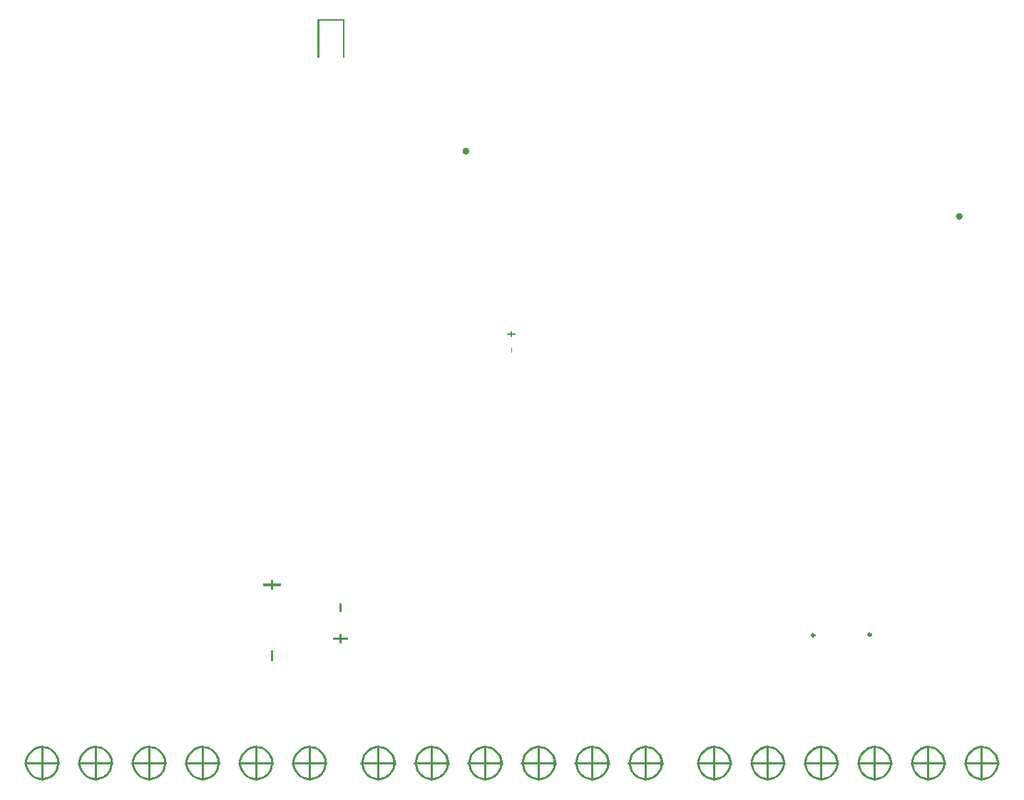
<source format=gbr>
%TF.GenerationSoftware,Altium Limited,Altium Designer,22.5.1 (42)*%
G04 Layer_Color=8388736*
%FSLAX45Y45*%
%MOMM*%
%TF.SameCoordinates,BCC7A4F8-9605-4868-ACEC-D28EECC8EA53*%
%TF.FilePolarity,Positive*%
%TF.FileFunction,Other,Mechanical_6*%
%TF.Part,Single*%
G01*
G75*
%TA.AperFunction,NonConductor*%
%ADD142C,0.30000*%
%ADD143C,0.40000*%
G36*
X4507385Y8931956D02*
X4487385D01*
Y9371955D01*
X4207385D01*
Y8931956D01*
X4187385D01*
Y9391955D01*
X4507385D01*
Y8931956D01*
D02*
G37*
G36*
X6498312Y5654023D02*
X6542708D01*
X6542708Y5638422D01*
X6498312D01*
Y5614821D01*
X6482711D01*
Y5638422D01*
X6438711D01*
X6438711Y5654023D01*
X6482711D01*
Y5677221D01*
X6498312D01*
Y5654023D01*
D02*
G37*
G36*
X6500311Y5423223D02*
X6484710D01*
Y5485624D01*
X6500311D01*
Y5423223D01*
D02*
G37*
G36*
X3662894Y2681892D02*
X3750524D01*
Y2651158D01*
X3662894D01*
Y2604676D01*
X3631906D01*
Y2651158D01*
X3544276D01*
Y2681892D01*
X3631906D01*
Y2728374D01*
X3662894D01*
Y2681892D01*
D02*
G37*
G36*
X4472864Y2341048D02*
X4445716D01*
Y2449648D01*
X4472864D01*
Y2341048D01*
D02*
G37*
G36*
Y2038323D02*
X4549790D01*
Y2011173D01*
X4472864D01*
Y1970447D01*
X4445716D01*
Y2011173D01*
X4368790D01*
Y2038323D01*
X4445716D01*
Y2079047D01*
X4472864D01*
Y2038323D01*
D02*
G37*
G36*
X3662894Y1760126D02*
X3631906D01*
Y1883824D01*
X3662894D01*
Y1760126D01*
D02*
G37*
G36*
X12087083Y753541D02*
Y750867D01*
X12087496Y750848D01*
X12091952Y748815D01*
X12095333Y745272D01*
X12097154Y740725D01*
X12097153Y738277D01*
X12097154Y738277D01*
Y738276D01*
Y735749D01*
X12095220Y731082D01*
X12091647Y727509D01*
X12087083Y725618D01*
Y560981D01*
X12251412D01*
X12251315Y563269D01*
X12246272Y592817D01*
X12236331Y621096D01*
X12221775Y647300D01*
X12203018Y670682D01*
X12180596Y690576D01*
X12155146Y706414D01*
X12127395Y717746D01*
X12112901Y721616D01*
X12110786Y722086D01*
X12107106Y724376D01*
X12104395Y727757D01*
X12102957Y731846D01*
X12102958Y734013D01*
Y736540D01*
X12104891Y741207D01*
X12108463Y744780D01*
X12113131Y746714D01*
X12115658D01*
X12116004Y746713D01*
X12116697Y746675D01*
X12117387Y746600D01*
X12118072Y746486D01*
X12118411Y746411D01*
X12118411Y746411D01*
X12118411D01*
X12135195Y742682D01*
X12167030Y729683D01*
X12196225Y711514D01*
X12221948Y688693D01*
X12243464Y661870D01*
X12260163Y631810D01*
X12271567Y599369D01*
X12277351Y565473D01*
Y560981D01*
X12279642D01*
X12287082Y553541D01*
Y543021D01*
X12279642Y535581D01*
X12277351D01*
Y528288D01*
X12269552Y489076D01*
X12254252Y452139D01*
X12232040Y418897D01*
X12203769Y390626D01*
X12170527Y368414D01*
X12133590Y353114D01*
X12094378Y345315D01*
X12087083D01*
Y343021D01*
X12079643Y335581D01*
X12069122D01*
X12061683Y343021D01*
Y345315D01*
X12054397D01*
X12015185Y353114D01*
X11978248Y368414D01*
X11945006Y390626D01*
X11916735Y418897D01*
X11894523Y452139D01*
X11879223Y489076D01*
X11871424Y528288D01*
Y535581D01*
X11869122D01*
X11861683Y543021D01*
Y553541D01*
X11869122Y560981D01*
X11871424D01*
Y568269D01*
X11879223Y607481D01*
X11894523Y644418D01*
X11916735Y677660D01*
X11945006Y705931D01*
X11978248Y728143D01*
X12015185Y743443D01*
X12054397Y751242D01*
X12061683D01*
Y753541D01*
X12069122Y760981D01*
X12079643D01*
X12087083Y753541D01*
D02*
G37*
G36*
X11452083D02*
Y750867D01*
X11452496Y750848D01*
X11456952Y748815D01*
X11460333Y745272D01*
X11462154Y740725D01*
X11462153Y738277D01*
X11462154Y738277D01*
Y738276D01*
Y735749D01*
X11460220Y731082D01*
X11456647Y727509D01*
X11452083Y725618D01*
Y560981D01*
X11616412D01*
X11616315Y563269D01*
X11611272Y592817D01*
X11601331Y621096D01*
X11586775Y647300D01*
X11568018Y670682D01*
X11545596Y690576D01*
X11520146Y706414D01*
X11492395Y717746D01*
X11477901Y721616D01*
X11475786Y722086D01*
X11472106Y724376D01*
X11469395Y727757D01*
X11467957Y731846D01*
X11467958Y734013D01*
Y736540D01*
X11469891Y741207D01*
X11473463Y744780D01*
X11478131Y746714D01*
X11480658D01*
X11481004Y746713D01*
X11481697Y746675D01*
X11482387Y746600D01*
X11483072Y746486D01*
X11483411Y746411D01*
X11483411Y746411D01*
X11483411D01*
X11500195Y742682D01*
X11532030Y729683D01*
X11561225Y711514D01*
X11586948Y688693D01*
X11608464Y661870D01*
X11625163Y631810D01*
X11636567Y599369D01*
X11642351Y565473D01*
Y560981D01*
X11644642D01*
X11652082Y553541D01*
Y543021D01*
X11644642Y535581D01*
X11642351D01*
Y528288D01*
X11634552Y489076D01*
X11619252Y452139D01*
X11597040Y418897D01*
X11568769Y390626D01*
X11535527Y368414D01*
X11498590Y353114D01*
X11459378Y345315D01*
X11452083D01*
Y343021D01*
X11444643Y335581D01*
X11434122D01*
X11426683Y343021D01*
Y345315D01*
X11419397D01*
X11380185Y353114D01*
X11343248Y368414D01*
X11310006Y390626D01*
X11281735Y418897D01*
X11259523Y452139D01*
X11244223Y489076D01*
X11236424Y528288D01*
Y535581D01*
X11234122D01*
X11226683Y543021D01*
Y553541D01*
X11234122Y560981D01*
X11236424D01*
Y568269D01*
X11244223Y607481D01*
X11259523Y644418D01*
X11281735Y677660D01*
X11310006Y705931D01*
X11343248Y728143D01*
X11380185Y743443D01*
X11419397Y751242D01*
X11426683D01*
Y753541D01*
X11434122Y760981D01*
X11444643D01*
X11452083Y753541D01*
D02*
G37*
G36*
X10817083D02*
Y750867D01*
X10817496Y750848D01*
X10821952Y748815D01*
X10825333Y745272D01*
X10827154Y740725D01*
X10827153Y738277D01*
X10827154Y738277D01*
Y738276D01*
Y735749D01*
X10825220Y731082D01*
X10821647Y727509D01*
X10817083Y725618D01*
Y560981D01*
X10981412D01*
X10981315Y563269D01*
X10976272Y592817D01*
X10966331Y621096D01*
X10951775Y647300D01*
X10933018Y670682D01*
X10910596Y690576D01*
X10885146Y706414D01*
X10857395Y717746D01*
X10842901Y721616D01*
X10840786Y722086D01*
X10837106Y724376D01*
X10834395Y727757D01*
X10832957Y731846D01*
X10832958Y734013D01*
Y736540D01*
X10834891Y741207D01*
X10838463Y744780D01*
X10843131Y746714D01*
X10845658D01*
X10846004Y746713D01*
X10846697Y746675D01*
X10847387Y746600D01*
X10848072Y746486D01*
X10848411Y746411D01*
X10848411Y746411D01*
X10848411D01*
X10865195Y742682D01*
X10897030Y729683D01*
X10926225Y711514D01*
X10951948Y688693D01*
X10973464Y661870D01*
X10990163Y631810D01*
X11001567Y599369D01*
X11007351Y565473D01*
Y560981D01*
X11009642D01*
X11017082Y553541D01*
Y543021D01*
X11009642Y535581D01*
X11007351D01*
Y528288D01*
X10999552Y489076D01*
X10984252Y452139D01*
X10962040Y418897D01*
X10933769Y390626D01*
X10900527Y368414D01*
X10863590Y353114D01*
X10824378Y345315D01*
X10817083D01*
Y343021D01*
X10809643Y335581D01*
X10799122D01*
X10791683Y343021D01*
Y345315D01*
X10784397D01*
X10745185Y353114D01*
X10708248Y368414D01*
X10675006Y390626D01*
X10646735Y418897D01*
X10624523Y452139D01*
X10609223Y489076D01*
X10601424Y528288D01*
Y535581D01*
X10599122D01*
X10591683Y543021D01*
Y553541D01*
X10599122Y560981D01*
X10601424D01*
Y568269D01*
X10609223Y607481D01*
X10624523Y644418D01*
X10646735Y677660D01*
X10675006Y705931D01*
X10708248Y728143D01*
X10745185Y743443D01*
X10784397Y751242D01*
X10791683D01*
Y753541D01*
X10799122Y760981D01*
X10809643D01*
X10817083Y753541D01*
D02*
G37*
G36*
X10182083D02*
Y750867D01*
X10182496Y750848D01*
X10186952Y748815D01*
X10190333Y745272D01*
X10192154Y740725D01*
X10192153Y738277D01*
X10192154Y738277D01*
Y738276D01*
Y735749D01*
X10190220Y731082D01*
X10186647Y727509D01*
X10182083Y725618D01*
Y560981D01*
X10346412D01*
X10346315Y563269D01*
X10341272Y592817D01*
X10331331Y621096D01*
X10316775Y647300D01*
X10298018Y670682D01*
X10275596Y690576D01*
X10250146Y706414D01*
X10222395Y717746D01*
X10207901Y721616D01*
X10205786Y722086D01*
X10202106Y724376D01*
X10199395Y727757D01*
X10197957Y731846D01*
X10197958Y734013D01*
Y736540D01*
X10199891Y741207D01*
X10203463Y744780D01*
X10208131Y746714D01*
X10210658D01*
X10211004Y746713D01*
X10211697Y746675D01*
X10212387Y746600D01*
X10213072Y746486D01*
X10213411Y746411D01*
X10213411Y746411D01*
X10213411D01*
X10230195Y742682D01*
X10262030Y729683D01*
X10291225Y711514D01*
X10316948Y688693D01*
X10338464Y661870D01*
X10355163Y631810D01*
X10366567Y599369D01*
X10372351Y565473D01*
Y560981D01*
X10374642D01*
X10382082Y553541D01*
Y543021D01*
X10374642Y535581D01*
X10372351D01*
Y528288D01*
X10364552Y489076D01*
X10349252Y452139D01*
X10327040Y418897D01*
X10298769Y390626D01*
X10265527Y368414D01*
X10228590Y353114D01*
X10189378Y345315D01*
X10182083D01*
Y343021D01*
X10174643Y335581D01*
X10164122D01*
X10156683Y343021D01*
Y345315D01*
X10149397D01*
X10110185Y353114D01*
X10073248Y368414D01*
X10040006Y390626D01*
X10011735Y418897D01*
X9989523Y452139D01*
X9974223Y489076D01*
X9966424Y528288D01*
Y535581D01*
X9964122D01*
X9956683Y543021D01*
Y553541D01*
X9964122Y560981D01*
X9966424D01*
Y568269D01*
X9974223Y607481D01*
X9989523Y644418D01*
X10011735Y677660D01*
X10040006Y705931D01*
X10073248Y728143D01*
X10110185Y743443D01*
X10149397Y751242D01*
X10156683D01*
Y753541D01*
X10164122Y760981D01*
X10174643D01*
X10182083Y753541D01*
D02*
G37*
G36*
X9547083D02*
Y750867D01*
X9547496Y750848D01*
X9551952Y748815D01*
X9555333Y745272D01*
X9557154Y740725D01*
X9557153Y738277D01*
X9557154Y738277D01*
Y738276D01*
Y735749D01*
X9555220Y731082D01*
X9551647Y727509D01*
X9547083Y725618D01*
Y560981D01*
X9711412D01*
X9711315Y563269D01*
X9706272Y592817D01*
X9696331Y621096D01*
X9681775Y647300D01*
X9663018Y670682D01*
X9640596Y690576D01*
X9615146Y706414D01*
X9587395Y717746D01*
X9572901Y721616D01*
X9570786Y722086D01*
X9567106Y724376D01*
X9564395Y727757D01*
X9562957Y731846D01*
X9562958Y734013D01*
Y736540D01*
X9564891Y741207D01*
X9568463Y744780D01*
X9573131Y746714D01*
X9575658D01*
X9576004Y746713D01*
X9576697Y746675D01*
X9577387Y746600D01*
X9578072Y746486D01*
X9578411Y746411D01*
X9578411Y746411D01*
X9578411D01*
X9595195Y742682D01*
X9627030Y729683D01*
X9656225Y711514D01*
X9681948Y688693D01*
X9703464Y661870D01*
X9720163Y631810D01*
X9731567Y599369D01*
X9737351Y565473D01*
Y560981D01*
X9739642D01*
X9747082Y553541D01*
Y543021D01*
X9739642Y535581D01*
X9737351D01*
Y528288D01*
X9729552Y489076D01*
X9714252Y452139D01*
X9692040Y418897D01*
X9663769Y390626D01*
X9630527Y368414D01*
X9593590Y353114D01*
X9554378Y345315D01*
X9547083D01*
Y343021D01*
X9539643Y335581D01*
X9529122D01*
X9521683Y343021D01*
Y345315D01*
X9514397D01*
X9475185Y353114D01*
X9438248Y368414D01*
X9405006Y390626D01*
X9376735Y418897D01*
X9354523Y452139D01*
X9339223Y489076D01*
X9331424Y528288D01*
Y535581D01*
X9329122D01*
X9321683Y543021D01*
Y553541D01*
X9329122Y560981D01*
X9331424D01*
Y568269D01*
X9339223Y607481D01*
X9354523Y644418D01*
X9376735Y677660D01*
X9405006Y705931D01*
X9438248Y728143D01*
X9475185Y743443D01*
X9514397Y751242D01*
X9521683D01*
Y753541D01*
X9529122Y760981D01*
X9539643D01*
X9547083Y753541D01*
D02*
G37*
G36*
X8912083D02*
Y750867D01*
X8912496Y750848D01*
X8916952Y748815D01*
X8920333Y745272D01*
X8922154Y740725D01*
X8922153Y738277D01*
X8922154Y738277D01*
Y738276D01*
Y735749D01*
X8920220Y731082D01*
X8916647Y727509D01*
X8912083Y725618D01*
Y560981D01*
X9076412D01*
X9076315Y563269D01*
X9071272Y592817D01*
X9061331Y621096D01*
X9046775Y647300D01*
X9028018Y670682D01*
X9005596Y690576D01*
X8980146Y706414D01*
X8952395Y717746D01*
X8937901Y721616D01*
X8935786Y722086D01*
X8932106Y724376D01*
X8929395Y727757D01*
X8927957Y731846D01*
X8927958Y734013D01*
Y736540D01*
X8929891Y741207D01*
X8933463Y744780D01*
X8938131Y746714D01*
X8940658D01*
X8941004Y746713D01*
X8941697Y746675D01*
X8942387Y746600D01*
X8943072Y746486D01*
X8943411Y746411D01*
X8943411Y746411D01*
X8943411D01*
X8960195Y742682D01*
X8992030Y729683D01*
X9021225Y711514D01*
X9046948Y688693D01*
X9068464Y661870D01*
X9085163Y631810D01*
X9096567Y599369D01*
X9102351Y565473D01*
Y560981D01*
X9104642D01*
X9112082Y553541D01*
Y543021D01*
X9104642Y535581D01*
X9102351D01*
Y528288D01*
X9094552Y489076D01*
X9079252Y452139D01*
X9057040Y418897D01*
X9028769Y390626D01*
X8995527Y368414D01*
X8958590Y353114D01*
X8919378Y345315D01*
X8912083D01*
Y343021D01*
X8904643Y335581D01*
X8894122D01*
X8886683Y343021D01*
Y345315D01*
X8879397D01*
X8840185Y353114D01*
X8803248Y368414D01*
X8770006Y390626D01*
X8741735Y418897D01*
X8719523Y452139D01*
X8704223Y489076D01*
X8696424Y528288D01*
Y535581D01*
X8694122D01*
X8686683Y543021D01*
Y553541D01*
X8694122Y560981D01*
X8696424D01*
Y568269D01*
X8704223Y607481D01*
X8719523Y644418D01*
X8741735Y677660D01*
X8770006Y705931D01*
X8803248Y728143D01*
X8840185Y743443D01*
X8879397Y751242D01*
X8886683D01*
Y753541D01*
X8894122Y760981D01*
X8904643D01*
X8912083Y753541D01*
D02*
G37*
G36*
X8097098D02*
Y750867D01*
X8097511Y750848D01*
X8101967Y748815D01*
X8105348Y745272D01*
X8107169Y740725D01*
X8107168Y738277D01*
X8107169Y738277D01*
Y738276D01*
Y735749D01*
X8105235Y731082D01*
X8101662Y727509D01*
X8097098Y725618D01*
Y560981D01*
X8261427D01*
X8261330Y563269D01*
X8256288Y592817D01*
X8246346Y621096D01*
X8231790Y647300D01*
X8213033Y670682D01*
X8190611Y690576D01*
X8165161Y706414D01*
X8137410Y717746D01*
X8122916Y721616D01*
X8120801Y722086D01*
X8117121Y724376D01*
X8114410Y727757D01*
X8112972Y731846D01*
X8112973Y734013D01*
Y736540D01*
X8114906Y741207D01*
X8118479Y744780D01*
X8123146Y746714D01*
X8125673D01*
X8126019Y746713D01*
X8126712Y746675D01*
X8127402Y746600D01*
X8128087Y746486D01*
X8128426Y746411D01*
X8128426Y746411D01*
X8128426D01*
X8145210Y742682D01*
X8177045Y729683D01*
X8206240Y711514D01*
X8231963Y688693D01*
X8253480Y661870D01*
X8270178Y631810D01*
X8281582Y599369D01*
X8287366Y565473D01*
Y560981D01*
X8289658D01*
X8297097Y553541D01*
Y543021D01*
X8289658Y535581D01*
X8287366D01*
Y528288D01*
X8279567Y489076D01*
X8264267Y452139D01*
X8242055Y418897D01*
X8213784Y390626D01*
X8180542Y368414D01*
X8143605Y353114D01*
X8104393Y345315D01*
X8097098D01*
Y343021D01*
X8089658Y335581D01*
X8079137D01*
X8071698Y343021D01*
Y345315D01*
X8064412D01*
X8025200Y353114D01*
X7988263Y368414D01*
X7955021Y390626D01*
X7926750Y418897D01*
X7904538Y452139D01*
X7889238Y489076D01*
X7881439Y528288D01*
Y535581D01*
X7879137D01*
X7871698Y543021D01*
Y553541D01*
X7879137Y560981D01*
X7881439D01*
Y568269D01*
X7889238Y607481D01*
X7904538Y644418D01*
X7926750Y677660D01*
X7955021Y705931D01*
X7988263Y728143D01*
X8025200Y743443D01*
X8064412Y751242D01*
X8071698D01*
Y753541D01*
X8079137Y760981D01*
X8089658D01*
X8097098Y753541D01*
D02*
G37*
G36*
X7462098D02*
Y750867D01*
X7462511Y750848D01*
X7466967Y748815D01*
X7470348Y745272D01*
X7472169Y740725D01*
X7472168Y738277D01*
X7472169Y738277D01*
Y738276D01*
Y735749D01*
X7470235Y731082D01*
X7466662Y727509D01*
X7462098Y725618D01*
Y560981D01*
X7626427D01*
X7626330Y563269D01*
X7621288Y592817D01*
X7611346Y621096D01*
X7596790Y647300D01*
X7578033Y670682D01*
X7555611Y690576D01*
X7530161Y706414D01*
X7502410Y717746D01*
X7487916Y721616D01*
X7485801Y722086D01*
X7482121Y724376D01*
X7479410Y727757D01*
X7477972Y731846D01*
X7477973Y734013D01*
Y736540D01*
X7479906Y741207D01*
X7483479Y744780D01*
X7488146Y746714D01*
X7490673D01*
X7491019Y746713D01*
X7491712Y746675D01*
X7492402Y746600D01*
X7493087Y746486D01*
X7493426Y746411D01*
X7493426Y746411D01*
X7493426D01*
X7510210Y742682D01*
X7542045Y729683D01*
X7571240Y711514D01*
X7596963Y688693D01*
X7618480Y661870D01*
X7635178Y631810D01*
X7646582Y599369D01*
X7652366Y565473D01*
Y560981D01*
X7654658D01*
X7662097Y553541D01*
Y543021D01*
X7654658Y535581D01*
X7652366D01*
Y528288D01*
X7644567Y489076D01*
X7629267Y452139D01*
X7607055Y418897D01*
X7578784Y390626D01*
X7545542Y368414D01*
X7508605Y353114D01*
X7469393Y345315D01*
X7462098D01*
Y343021D01*
X7454658Y335581D01*
X7444137D01*
X7436698Y343021D01*
Y345315D01*
X7429412D01*
X7390200Y353114D01*
X7353263Y368414D01*
X7320021Y390626D01*
X7291750Y418897D01*
X7269538Y452139D01*
X7254238Y489076D01*
X7246439Y528288D01*
Y535581D01*
X7244137D01*
X7236698Y543021D01*
Y553541D01*
X7244137Y560981D01*
X7246439D01*
Y568269D01*
X7254238Y607481D01*
X7269538Y644418D01*
X7291750Y677660D01*
X7320021Y705931D01*
X7353263Y728143D01*
X7390200Y743443D01*
X7429412Y751242D01*
X7436698D01*
Y753541D01*
X7444137Y760981D01*
X7454658D01*
X7462098Y753541D01*
D02*
G37*
G36*
X6827098D02*
Y750867D01*
X6827511Y750848D01*
X6831967Y748815D01*
X6835348Y745272D01*
X6837169Y740725D01*
X6837168Y738277D01*
X6837169Y738277D01*
Y738276D01*
Y735749D01*
X6835235Y731082D01*
X6831662Y727509D01*
X6827098Y725618D01*
Y560981D01*
X6991427D01*
X6991330Y563269D01*
X6986288Y592817D01*
X6976346Y621096D01*
X6961790Y647300D01*
X6943033Y670682D01*
X6920611Y690576D01*
X6895161Y706414D01*
X6867410Y717746D01*
X6852916Y721616D01*
X6850801Y722086D01*
X6847121Y724376D01*
X6844410Y727757D01*
X6842972Y731846D01*
X6842973Y734013D01*
Y736540D01*
X6844906Y741207D01*
X6848479Y744780D01*
X6853146Y746714D01*
X6855673D01*
X6856019Y746713D01*
X6856712Y746675D01*
X6857402Y746600D01*
X6858087Y746486D01*
X6858426Y746411D01*
X6858426Y746411D01*
X6858426D01*
X6875210Y742682D01*
X6907045Y729683D01*
X6936240Y711514D01*
X6961963Y688693D01*
X6983480Y661870D01*
X7000178Y631810D01*
X7011582Y599369D01*
X7017366Y565473D01*
Y560981D01*
X7019658D01*
X7027097Y553541D01*
Y543021D01*
X7019658Y535581D01*
X7017366D01*
Y528288D01*
X7009567Y489076D01*
X6994267Y452139D01*
X6972055Y418897D01*
X6943784Y390626D01*
X6910542Y368414D01*
X6873605Y353114D01*
X6834393Y345315D01*
X6827098D01*
Y343021D01*
X6819658Y335581D01*
X6809137D01*
X6801698Y343021D01*
Y345315D01*
X6794412D01*
X6755200Y353114D01*
X6718263Y368414D01*
X6685021Y390626D01*
X6656750Y418897D01*
X6634538Y452139D01*
X6619238Y489076D01*
X6611439Y528288D01*
Y535581D01*
X6609137D01*
X6601698Y543021D01*
Y553541D01*
X6609137Y560981D01*
X6611439D01*
Y568269D01*
X6619238Y607481D01*
X6634538Y644418D01*
X6656750Y677660D01*
X6685021Y705931D01*
X6718263Y728143D01*
X6755200Y743443D01*
X6794412Y751242D01*
X6801698D01*
Y753541D01*
X6809137Y760981D01*
X6819658D01*
X6827098Y753541D01*
D02*
G37*
G36*
X6192098D02*
Y750867D01*
X6192511Y750848D01*
X6196967Y748815D01*
X6200348Y745272D01*
X6202169Y740725D01*
X6202168Y738277D01*
X6202169Y738277D01*
Y738276D01*
Y735749D01*
X6200235Y731082D01*
X6196662Y727509D01*
X6192098Y725618D01*
Y560981D01*
X6356427D01*
X6356330Y563269D01*
X6351288Y592817D01*
X6341346Y621096D01*
X6326790Y647300D01*
X6308033Y670682D01*
X6285611Y690576D01*
X6260161Y706414D01*
X6232410Y717746D01*
X6217916Y721616D01*
X6215801Y722086D01*
X6212121Y724376D01*
X6209410Y727757D01*
X6207972Y731846D01*
X6207973Y734013D01*
Y736540D01*
X6209906Y741207D01*
X6213479Y744780D01*
X6218146Y746714D01*
X6220673D01*
X6221019Y746713D01*
X6221712Y746675D01*
X6222402Y746600D01*
X6223087Y746486D01*
X6223426Y746411D01*
X6223426Y746411D01*
X6223426D01*
X6240210Y742682D01*
X6272045Y729683D01*
X6301240Y711514D01*
X6326963Y688693D01*
X6348480Y661870D01*
X6365178Y631810D01*
X6376582Y599369D01*
X6382366Y565473D01*
Y560981D01*
X6384658D01*
X6392097Y553541D01*
Y543021D01*
X6384658Y535581D01*
X6382366D01*
Y528288D01*
X6374567Y489076D01*
X6359267Y452139D01*
X6337055Y418897D01*
X6308784Y390626D01*
X6275542Y368414D01*
X6238605Y353114D01*
X6199393Y345315D01*
X6192098D01*
Y343021D01*
X6184658Y335581D01*
X6174137D01*
X6166698Y343021D01*
Y345315D01*
X6159412D01*
X6120200Y353114D01*
X6083263Y368414D01*
X6050021Y390626D01*
X6021750Y418897D01*
X5999538Y452139D01*
X5984238Y489076D01*
X5976439Y528288D01*
Y535581D01*
X5974137D01*
X5966698Y543021D01*
Y553541D01*
X5974137Y560981D01*
X5976439D01*
Y568269D01*
X5984238Y607481D01*
X5999538Y644418D01*
X6021750Y677660D01*
X6050021Y705931D01*
X6083263Y728143D01*
X6120200Y743443D01*
X6159412Y751242D01*
X6166698D01*
Y753541D01*
X6174137Y760981D01*
X6184658D01*
X6192098Y753541D01*
D02*
G37*
G36*
X5557098D02*
Y750867D01*
X5557511Y750848D01*
X5561967Y748815D01*
X5565348Y745272D01*
X5567169Y740725D01*
X5567168Y738277D01*
X5567169Y738277D01*
Y738276D01*
Y735749D01*
X5565235Y731082D01*
X5561662Y727509D01*
X5557098Y725618D01*
Y560981D01*
X5721427D01*
X5721330Y563269D01*
X5716288Y592817D01*
X5706346Y621096D01*
X5691790Y647300D01*
X5673033Y670682D01*
X5650611Y690576D01*
X5625161Y706414D01*
X5597410Y717746D01*
X5582916Y721616D01*
X5580801Y722086D01*
X5577121Y724376D01*
X5574410Y727757D01*
X5572972Y731846D01*
X5572973Y734013D01*
Y736540D01*
X5574906Y741207D01*
X5578479Y744780D01*
X5583146Y746714D01*
X5585673D01*
X5586019Y746713D01*
X5586712Y746675D01*
X5587402Y746600D01*
X5588087Y746486D01*
X5588426Y746411D01*
X5588426Y746411D01*
X5588426D01*
X5605210Y742682D01*
X5637045Y729683D01*
X5666240Y711514D01*
X5691963Y688693D01*
X5713480Y661870D01*
X5730178Y631810D01*
X5741582Y599369D01*
X5747366Y565473D01*
Y560981D01*
X5749658D01*
X5757097Y553541D01*
Y543021D01*
X5749658Y535581D01*
X5747366D01*
Y528288D01*
X5739567Y489076D01*
X5724267Y452139D01*
X5702055Y418897D01*
X5673784Y390626D01*
X5640542Y368414D01*
X5603605Y353114D01*
X5564393Y345315D01*
X5557098D01*
Y343021D01*
X5549658Y335581D01*
X5539137D01*
X5531698Y343021D01*
Y345315D01*
X5524412D01*
X5485200Y353114D01*
X5448263Y368414D01*
X5415021Y390626D01*
X5386750Y418897D01*
X5364538Y452139D01*
X5349238Y489076D01*
X5341439Y528288D01*
Y535581D01*
X5339137D01*
X5331698Y543021D01*
Y553541D01*
X5339137Y560981D01*
X5341439D01*
Y568269D01*
X5349238Y607481D01*
X5364538Y644418D01*
X5386750Y677660D01*
X5415021Y705931D01*
X5448263Y728143D01*
X5485200Y743443D01*
X5524412Y751242D01*
X5531698D01*
Y753541D01*
X5539137Y760981D01*
X5549658D01*
X5557098Y753541D01*
D02*
G37*
G36*
X4922098D02*
Y750867D01*
X4922511Y750848D01*
X4926967Y748815D01*
X4930348Y745272D01*
X4932169Y740725D01*
X4932168Y738277D01*
X4932169Y738277D01*
Y738276D01*
Y735749D01*
X4930235Y731082D01*
X4926662Y727509D01*
X4922098Y725618D01*
Y560981D01*
X5086427D01*
X5086330Y563269D01*
X5081288Y592817D01*
X5071346Y621096D01*
X5056790Y647300D01*
X5038033Y670682D01*
X5015611Y690576D01*
X4990161Y706414D01*
X4962410Y717746D01*
X4947916Y721616D01*
X4945801Y722086D01*
X4942121Y724376D01*
X4939410Y727757D01*
X4937972Y731846D01*
X4937973Y734013D01*
Y736540D01*
X4939906Y741207D01*
X4943479Y744780D01*
X4948146Y746714D01*
X4950673D01*
X4951019Y746713D01*
X4951712Y746675D01*
X4952402Y746600D01*
X4953087Y746486D01*
X4953426Y746411D01*
X4953426Y746411D01*
X4953426D01*
X4970210Y742682D01*
X5002045Y729683D01*
X5031240Y711514D01*
X5056963Y688693D01*
X5078480Y661870D01*
X5095178Y631810D01*
X5106582Y599369D01*
X5112366Y565473D01*
Y560981D01*
X5114658D01*
X5122097Y553541D01*
Y543021D01*
X5114658Y535581D01*
X5112366D01*
Y528288D01*
X5104567Y489076D01*
X5089267Y452139D01*
X5067055Y418897D01*
X5038784Y390626D01*
X5005542Y368414D01*
X4968605Y353114D01*
X4929393Y345315D01*
X4922098D01*
Y343021D01*
X4914658Y335581D01*
X4904137D01*
X4896698Y343021D01*
Y345315D01*
X4889412D01*
X4850200Y353114D01*
X4813263Y368414D01*
X4780021Y390626D01*
X4751750Y418897D01*
X4729538Y452139D01*
X4714238Y489076D01*
X4706439Y528288D01*
Y535581D01*
X4704137D01*
X4696698Y543021D01*
Y553541D01*
X4704137Y560981D01*
X4706439D01*
Y568269D01*
X4714238Y607481D01*
X4729538Y644418D01*
X4751750Y677660D01*
X4780021Y705931D01*
X4813263Y728143D01*
X4850200Y743443D01*
X4889412Y751242D01*
X4896698D01*
Y753541D01*
X4904137Y760981D01*
X4914658D01*
X4922098Y753541D01*
D02*
G37*
G36*
X4107113D02*
Y750867D01*
X4107526Y750848D01*
X4111982Y748815D01*
X4115363Y745272D01*
X4117184Y740725D01*
X4117184Y738277D01*
X4117184Y738277D01*
Y738276D01*
Y735749D01*
X4115250Y731082D01*
X4111678Y727509D01*
X4107113Y725618D01*
Y560981D01*
X4271442D01*
X4271345Y563269D01*
X4266303Y592817D01*
X4256362Y621096D01*
X4241805Y647300D01*
X4223048Y670682D01*
X4200626Y690576D01*
X4175176Y706414D01*
X4147425Y717746D01*
X4132932Y721616D01*
X4130816Y722086D01*
X4127137Y724376D01*
X4124425Y727757D01*
X4122987Y731846D01*
X4122988Y734013D01*
Y736540D01*
X4124921Y741207D01*
X4128494Y744780D01*
X4133161Y746714D01*
X4135688D01*
X4136034Y746713D01*
X4136728Y746675D01*
X4137417Y746600D01*
X4138102Y746486D01*
X4138441Y746411D01*
X4138441Y746411D01*
X4138442D01*
X4155225Y742682D01*
X4187060Y729683D01*
X4216255Y711514D01*
X4241978Y688693D01*
X4263495Y661870D01*
X4280193Y631810D01*
X4291597Y599369D01*
X4297382Y565473D01*
Y560981D01*
X4299673D01*
X4307112Y553541D01*
Y543021D01*
X4299673Y535581D01*
X4297382D01*
Y528288D01*
X4289582Y489076D01*
X4274282Y452139D01*
X4252070Y418897D01*
X4223800Y390626D01*
X4190557Y368414D01*
X4153620Y353114D01*
X4114408Y345315D01*
X4107113D01*
Y343021D01*
X4099673Y335581D01*
X4089152D01*
X4081713Y343021D01*
Y345315D01*
X4074427D01*
X4035215Y353114D01*
X3998278Y368414D01*
X3965036Y390626D01*
X3936765Y418897D01*
X3914554Y452139D01*
X3899254Y489076D01*
X3891454Y528288D01*
Y535581D01*
X3889152D01*
X3881713Y543021D01*
Y553541D01*
X3889152Y560981D01*
X3891454D01*
Y568269D01*
X3899254Y607481D01*
X3914554Y644418D01*
X3936765Y677660D01*
X3965036Y705931D01*
X3998278Y728143D01*
X4035215Y743443D01*
X4074427Y751242D01*
X4081713D01*
Y753541D01*
X4089152Y760981D01*
X4099673D01*
X4107113Y753541D01*
D02*
G37*
G36*
X3472113D02*
Y750867D01*
X3472526Y750848D01*
X3476982Y748815D01*
X3480363Y745272D01*
X3482184Y740725D01*
X3482184Y738277D01*
X3482184Y738277D01*
Y738276D01*
Y735749D01*
X3480250Y731082D01*
X3476678Y727509D01*
X3472113Y725618D01*
Y560981D01*
X3636442D01*
X3636345Y563269D01*
X3631303Y592817D01*
X3621362Y621096D01*
X3606805Y647300D01*
X3588048Y670682D01*
X3565626Y690576D01*
X3540176Y706414D01*
X3512425Y717746D01*
X3497932Y721616D01*
X3495816Y722086D01*
X3492137Y724376D01*
X3489425Y727757D01*
X3487987Y731846D01*
X3487988Y734013D01*
Y736540D01*
X3489921Y741207D01*
X3493494Y744780D01*
X3498161Y746714D01*
X3500688D01*
X3501034Y746713D01*
X3501728Y746675D01*
X3502417Y746600D01*
X3503102Y746486D01*
X3503441Y746411D01*
X3503441Y746411D01*
X3503442D01*
X3520225Y742682D01*
X3552060Y729683D01*
X3581255Y711514D01*
X3606978Y688693D01*
X3628495Y661870D01*
X3645193Y631810D01*
X3656597Y599369D01*
X3662382Y565473D01*
Y560981D01*
X3664673D01*
X3672112Y553541D01*
Y543021D01*
X3664673Y535581D01*
X3662382D01*
Y528288D01*
X3654582Y489076D01*
X3639282Y452139D01*
X3617070Y418897D01*
X3588800Y390626D01*
X3555557Y368414D01*
X3518620Y353114D01*
X3479408Y345315D01*
X3472113D01*
Y343021D01*
X3464673Y335581D01*
X3454152D01*
X3446713Y343021D01*
Y345315D01*
X3439427D01*
X3400215Y353114D01*
X3363278Y368414D01*
X3330036Y390626D01*
X3301765Y418897D01*
X3279554Y452139D01*
X3264254Y489076D01*
X3256454Y528288D01*
Y535581D01*
X3254152D01*
X3246713Y543021D01*
Y553541D01*
X3254152Y560981D01*
X3256454D01*
Y568269D01*
X3264254Y607481D01*
X3279554Y644418D01*
X3301765Y677660D01*
X3330036Y705931D01*
X3363278Y728143D01*
X3400215Y743443D01*
X3439427Y751242D01*
X3446713D01*
Y753541D01*
X3454152Y760981D01*
X3464673D01*
X3472113Y753541D01*
D02*
G37*
G36*
X2837113D02*
Y750867D01*
X2837526Y750848D01*
X2841982Y748815D01*
X2845363Y745272D01*
X2847184Y740725D01*
X2847184Y738277D01*
X2847184Y738277D01*
Y738276D01*
Y735749D01*
X2845250Y731082D01*
X2841678Y727509D01*
X2837113Y725618D01*
Y560981D01*
X3001442D01*
X3001345Y563269D01*
X2996303Y592817D01*
X2986362Y621096D01*
X2971805Y647300D01*
X2953048Y670682D01*
X2930626Y690576D01*
X2905176Y706414D01*
X2877425Y717746D01*
X2862932Y721616D01*
X2860816Y722086D01*
X2857137Y724376D01*
X2854425Y727757D01*
X2852987Y731846D01*
X2852988Y734013D01*
Y736540D01*
X2854921Y741207D01*
X2858494Y744780D01*
X2863161Y746714D01*
X2865688D01*
X2866034Y746713D01*
X2866728Y746675D01*
X2867417Y746600D01*
X2868102Y746486D01*
X2868441Y746411D01*
X2868441Y746411D01*
X2868442D01*
X2885225Y742682D01*
X2917060Y729683D01*
X2946255Y711514D01*
X2971978Y688693D01*
X2993495Y661870D01*
X3010193Y631810D01*
X3021597Y599369D01*
X3027382Y565473D01*
Y560981D01*
X3029673D01*
X3037112Y553541D01*
Y543021D01*
X3029673Y535581D01*
X3027382D01*
Y528288D01*
X3019582Y489076D01*
X3004282Y452139D01*
X2982070Y418897D01*
X2953800Y390626D01*
X2920557Y368414D01*
X2883620Y353114D01*
X2844408Y345315D01*
X2837113D01*
Y343021D01*
X2829673Y335581D01*
X2819152D01*
X2811713Y343021D01*
Y345315D01*
X2804427D01*
X2765215Y353114D01*
X2728278Y368414D01*
X2695036Y390626D01*
X2666765Y418897D01*
X2644554Y452139D01*
X2629254Y489076D01*
X2621454Y528288D01*
Y535581D01*
X2619152D01*
X2611713Y543021D01*
Y553541D01*
X2619152Y560981D01*
X2621454D01*
Y568269D01*
X2629254Y607481D01*
X2644554Y644418D01*
X2666765Y677660D01*
X2695036Y705931D01*
X2728278Y728143D01*
X2765215Y743443D01*
X2804427Y751242D01*
X2811713D01*
Y753541D01*
X2819152Y760981D01*
X2829673D01*
X2837113Y753541D01*
D02*
G37*
G36*
X2202113D02*
Y750867D01*
X2202526Y750848D01*
X2206982Y748815D01*
X2210363Y745272D01*
X2212184Y740725D01*
X2212184Y738277D01*
X2212184Y738277D01*
Y738276D01*
Y735749D01*
X2210250Y731082D01*
X2206678Y727509D01*
X2202113Y725618D01*
Y560981D01*
X2366442D01*
X2366345Y563269D01*
X2361303Y592817D01*
X2351362Y621096D01*
X2336805Y647300D01*
X2318048Y670682D01*
X2295626Y690576D01*
X2270176Y706414D01*
X2242425Y717746D01*
X2227932Y721616D01*
X2225816Y722086D01*
X2222137Y724376D01*
X2219425Y727757D01*
X2217987Y731846D01*
X2217988Y734013D01*
Y736540D01*
X2219921Y741207D01*
X2223494Y744780D01*
X2228161Y746714D01*
X2230688D01*
X2231034Y746713D01*
X2231728Y746675D01*
X2232417Y746600D01*
X2233102Y746486D01*
X2233441Y746411D01*
X2233441Y746411D01*
X2233442D01*
X2250225Y742682D01*
X2282060Y729683D01*
X2311255Y711514D01*
X2336978Y688693D01*
X2358495Y661870D01*
X2375193Y631810D01*
X2386597Y599369D01*
X2392382Y565473D01*
Y560981D01*
X2394673D01*
X2402112Y553541D01*
Y543021D01*
X2394673Y535581D01*
X2392382D01*
Y528288D01*
X2384582Y489076D01*
X2369282Y452139D01*
X2347070Y418897D01*
X2318800Y390626D01*
X2285557Y368414D01*
X2248620Y353114D01*
X2209408Y345315D01*
X2202113D01*
Y343021D01*
X2194673Y335581D01*
X2184152D01*
X2176713Y343021D01*
Y345315D01*
X2169427D01*
X2130215Y353114D01*
X2093278Y368414D01*
X2060036Y390626D01*
X2031765Y418897D01*
X2009554Y452139D01*
X1994254Y489076D01*
X1986454Y528288D01*
Y535581D01*
X1984152D01*
X1976713Y543021D01*
Y553541D01*
X1984152Y560981D01*
X1986454D01*
Y568269D01*
X1994254Y607481D01*
X2009554Y644418D01*
X2031765Y677660D01*
X2060036Y705931D01*
X2093278Y728143D01*
X2130215Y743443D01*
X2169427Y751242D01*
X2176713D01*
Y753541D01*
X2184152Y760981D01*
X2194673D01*
X2202113Y753541D01*
D02*
G37*
G36*
X1567113D02*
Y750867D01*
X1567526Y750848D01*
X1571982Y748815D01*
X1575363Y745272D01*
X1577184Y740725D01*
X1577184Y738277D01*
X1577184Y738277D01*
Y738276D01*
Y735749D01*
X1575250Y731082D01*
X1571678Y727509D01*
X1567113Y725618D01*
Y560981D01*
X1731442D01*
X1731345Y563269D01*
X1726303Y592817D01*
X1716362Y621096D01*
X1701805Y647300D01*
X1683048Y670682D01*
X1660626Y690576D01*
X1635176Y706414D01*
X1607425Y717746D01*
X1592932Y721616D01*
X1590816Y722086D01*
X1587137Y724376D01*
X1584425Y727757D01*
X1582987Y731846D01*
X1582988Y734013D01*
Y736540D01*
X1584921Y741207D01*
X1588494Y744780D01*
X1593161Y746714D01*
X1595688D01*
X1596034Y746713D01*
X1596728Y746675D01*
X1597417Y746600D01*
X1598102Y746486D01*
X1598441Y746411D01*
X1598441Y746411D01*
X1598442D01*
X1615225Y742682D01*
X1647060Y729683D01*
X1676255Y711514D01*
X1701978Y688693D01*
X1723495Y661870D01*
X1740193Y631810D01*
X1751597Y599369D01*
X1757382Y565473D01*
Y560981D01*
X1759673D01*
X1767112Y553541D01*
Y543021D01*
X1759673Y535581D01*
X1757382D01*
Y528288D01*
X1749582Y489076D01*
X1734282Y452139D01*
X1712070Y418897D01*
X1683800Y390626D01*
X1650557Y368414D01*
X1613620Y353114D01*
X1574408Y345315D01*
X1567113D01*
Y343021D01*
X1559673Y335581D01*
X1549152D01*
X1541713Y343021D01*
Y345315D01*
X1534427D01*
X1495215Y353114D01*
X1458278Y368414D01*
X1425036Y390626D01*
X1396765Y418897D01*
X1374554Y452139D01*
X1359254Y489076D01*
X1351454Y528288D01*
Y535581D01*
X1349152D01*
X1341713Y543021D01*
Y553541D01*
X1349152Y560981D01*
X1351454D01*
Y568269D01*
X1359254Y607481D01*
X1374554Y644418D01*
X1396765Y677660D01*
X1425036Y705931D01*
X1458278Y728143D01*
X1495215Y743443D01*
X1534427Y751242D01*
X1541713D01*
Y753541D01*
X1549152Y760981D01*
X1559673D01*
X1567113Y753541D01*
D02*
G37*
G36*
X932113D02*
Y750867D01*
X932526Y750848D01*
X936982Y748815D01*
X940363Y745272D01*
X942184Y740725D01*
X942184Y738277D01*
X942184Y738277D01*
Y738276D01*
Y735749D01*
X940250Y731082D01*
X936678Y727509D01*
X932113Y725618D01*
Y560981D01*
X1096442D01*
X1096345Y563269D01*
X1091303Y592817D01*
X1081362Y621096D01*
X1066805Y647300D01*
X1048048Y670682D01*
X1025626Y690576D01*
X1000176Y706414D01*
X972425Y717746D01*
X957932Y721616D01*
X955816Y722086D01*
X952137Y724376D01*
X949425Y727757D01*
X947987Y731846D01*
X947988Y734013D01*
Y736540D01*
X949921Y741207D01*
X953494Y744780D01*
X958161Y746714D01*
X960688D01*
X961034Y746713D01*
X961728Y746675D01*
X962417Y746600D01*
X963102Y746486D01*
X963441Y746411D01*
X963441Y746411D01*
X963442D01*
X980225Y742682D01*
X1012060Y729683D01*
X1041255Y711514D01*
X1066978Y688693D01*
X1088495Y661870D01*
X1105193Y631810D01*
X1116597Y599369D01*
X1122382Y565473D01*
Y560981D01*
X1124673D01*
X1132112Y553541D01*
Y543021D01*
X1124673Y535581D01*
X1122382D01*
Y528288D01*
X1114582Y489076D01*
X1099282Y452139D01*
X1077070Y418897D01*
X1048800Y390626D01*
X1015557Y368414D01*
X978620Y353114D01*
X939408Y345315D01*
X932113D01*
Y343021D01*
X924673Y335581D01*
X914152D01*
X906713Y343021D01*
Y345315D01*
X899427D01*
X860215Y353114D01*
X823278Y368414D01*
X790036Y390626D01*
X761765Y418897D01*
X739554Y452139D01*
X724254Y489076D01*
X716454Y528288D01*
Y535581D01*
X714152D01*
X706713Y543021D01*
Y553541D01*
X714152Y560981D01*
X716454D01*
Y568269D01*
X724254Y607481D01*
X739554Y644418D01*
X761765Y677660D01*
X790036Y705931D01*
X823278Y728143D01*
X860215Y743443D01*
X899427Y751242D01*
X906713D01*
Y753541D01*
X914152Y760981D01*
X924673D01*
X932113Y753541D01*
D02*
G37*
%LPC*%
G36*
X12061683Y725221D02*
X12056981Y724990D01*
X12022841Y718199D01*
X11990682Y704878D01*
X11961740Y685540D01*
X11937126Y660926D01*
X11917788Y631984D01*
X11904467Y599825D01*
X11897676Y565685D01*
X11897445Y560981D01*
X12061683D01*
Y725221D01*
D02*
G37*
G36*
Y535581D02*
X11897445D01*
X11897676Y530877D01*
X11904467Y496737D01*
X11917788Y464578D01*
X11937126Y435636D01*
X11961740Y411022D01*
X11990682Y391684D01*
X12022841Y378363D01*
X12056981Y371572D01*
X12061683Y371341D01*
Y535581D01*
D02*
G37*
G36*
X12251325D02*
X12087083D01*
Y371341D01*
X12091789Y371572D01*
X12125929Y378363D01*
X12158088Y391684D01*
X12187030Y411022D01*
X12211644Y435636D01*
X12230982Y464578D01*
X12244303Y496737D01*
X12251094Y530877D01*
X12251325Y535581D01*
D02*
G37*
G36*
X11426683Y725221D02*
X11421981Y724990D01*
X11387841Y718199D01*
X11355682Y704878D01*
X11326740Y685540D01*
X11302126Y660926D01*
X11282788Y631984D01*
X11269467Y599825D01*
X11262676Y565685D01*
X11262445Y560981D01*
X11426683D01*
Y725221D01*
D02*
G37*
G36*
Y535581D02*
X11262445D01*
X11262676Y530877D01*
X11269467Y496737D01*
X11282788Y464578D01*
X11302126Y435636D01*
X11326740Y411022D01*
X11355682Y391684D01*
X11387841Y378363D01*
X11421981Y371572D01*
X11426683Y371341D01*
Y535581D01*
D02*
G37*
G36*
X11616325D02*
X11452083D01*
Y371341D01*
X11456789Y371572D01*
X11490929Y378363D01*
X11523088Y391684D01*
X11552030Y411022D01*
X11576644Y435636D01*
X11595982Y464578D01*
X11609303Y496737D01*
X11616094Y530877D01*
X11616325Y535581D01*
D02*
G37*
G36*
X10791683Y725221D02*
X10786981Y724990D01*
X10752841Y718199D01*
X10720682Y704878D01*
X10691740Y685540D01*
X10667126Y660926D01*
X10647788Y631984D01*
X10634467Y599825D01*
X10627676Y565685D01*
X10627445Y560981D01*
X10791683D01*
Y725221D01*
D02*
G37*
G36*
Y535581D02*
X10627445D01*
X10627676Y530877D01*
X10634467Y496737D01*
X10647788Y464578D01*
X10667126Y435636D01*
X10691740Y411022D01*
X10720682Y391684D01*
X10752841Y378363D01*
X10786981Y371572D01*
X10791683Y371341D01*
Y535581D01*
D02*
G37*
G36*
X10981325D02*
X10817083D01*
Y371341D01*
X10821789Y371572D01*
X10855929Y378363D01*
X10888088Y391684D01*
X10917030Y411022D01*
X10941644Y435636D01*
X10960982Y464578D01*
X10974303Y496737D01*
X10981094Y530877D01*
X10981325Y535581D01*
D02*
G37*
G36*
X10156683Y725221D02*
X10151981Y724990D01*
X10117841Y718199D01*
X10085682Y704878D01*
X10056740Y685540D01*
X10032126Y660926D01*
X10012788Y631984D01*
X9999467Y599825D01*
X9992676Y565685D01*
X9992445Y560981D01*
X10156683D01*
Y725221D01*
D02*
G37*
G36*
Y535581D02*
X9992445D01*
X9992676Y530877D01*
X9999467Y496737D01*
X10012788Y464578D01*
X10032126Y435636D01*
X10056740Y411022D01*
X10085682Y391684D01*
X10117841Y378363D01*
X10151981Y371572D01*
X10156683Y371341D01*
Y535581D01*
D02*
G37*
G36*
X10346325D02*
X10182083D01*
Y371341D01*
X10186789Y371572D01*
X10220929Y378363D01*
X10253088Y391684D01*
X10282030Y411022D01*
X10306644Y435636D01*
X10325982Y464578D01*
X10339303Y496737D01*
X10346094Y530877D01*
X10346325Y535581D01*
D02*
G37*
G36*
X9521683Y725221D02*
X9516981Y724990D01*
X9482841Y718199D01*
X9450682Y704878D01*
X9421740Y685540D01*
X9397126Y660926D01*
X9377788Y631984D01*
X9364467Y599825D01*
X9357676Y565685D01*
X9357445Y560981D01*
X9521683D01*
Y725221D01*
D02*
G37*
G36*
Y535581D02*
X9357445D01*
X9357676Y530877D01*
X9364467Y496737D01*
X9377788Y464578D01*
X9397126Y435636D01*
X9421740Y411022D01*
X9450682Y391684D01*
X9482841Y378363D01*
X9516981Y371572D01*
X9521683Y371341D01*
Y535581D01*
D02*
G37*
G36*
X9711325D02*
X9547083D01*
Y371341D01*
X9551789Y371572D01*
X9585929Y378363D01*
X9618088Y391684D01*
X9647030Y411022D01*
X9671644Y435636D01*
X9690982Y464578D01*
X9704303Y496737D01*
X9711094Y530877D01*
X9711325Y535581D01*
D02*
G37*
G36*
X8886683Y725221D02*
X8881981Y724990D01*
X8847841Y718199D01*
X8815682Y704878D01*
X8786740Y685540D01*
X8762126Y660926D01*
X8742788Y631984D01*
X8729467Y599825D01*
X8722676Y565685D01*
X8722445Y560981D01*
X8886683D01*
Y725221D01*
D02*
G37*
G36*
Y535581D02*
X8722445D01*
X8722676Y530877D01*
X8729467Y496737D01*
X8742788Y464578D01*
X8762126Y435636D01*
X8786740Y411022D01*
X8815682Y391684D01*
X8847841Y378363D01*
X8881981Y371572D01*
X8886683Y371341D01*
Y535581D01*
D02*
G37*
G36*
X9076325D02*
X8912083D01*
Y371341D01*
X8916789Y371572D01*
X8950929Y378363D01*
X8983088Y391684D01*
X9012030Y411022D01*
X9036644Y435636D01*
X9055982Y464578D01*
X9069303Y496737D01*
X9076094Y530877D01*
X9076325Y535581D01*
D02*
G37*
G36*
X8071698Y725221D02*
X8066996Y724990D01*
X8032856Y718199D01*
X8000697Y704878D01*
X7971755Y685540D01*
X7947141Y660926D01*
X7927803Y631984D01*
X7914482Y599825D01*
X7907691Y565685D01*
X7907460Y560981D01*
X8071698D01*
Y725221D01*
D02*
G37*
G36*
Y535581D02*
X7907460D01*
X7907691Y530877D01*
X7914482Y496737D01*
X7927803Y464578D01*
X7947141Y435636D01*
X7971755Y411022D01*
X8000697Y391684D01*
X8032856Y378363D01*
X8066996Y371572D01*
X8071698Y371341D01*
Y535581D01*
D02*
G37*
G36*
X8261340D02*
X8097098D01*
Y371341D01*
X8101804Y371572D01*
X8135944Y378363D01*
X8168103Y391684D01*
X8197045Y411022D01*
X8221659Y435636D01*
X8240997Y464578D01*
X8254318Y496737D01*
X8261109Y530877D01*
X8261340Y535581D01*
D02*
G37*
G36*
X7436698Y725221D02*
X7431996Y724990D01*
X7397856Y718199D01*
X7365697Y704878D01*
X7336755Y685540D01*
X7312141Y660926D01*
X7292803Y631984D01*
X7279482Y599825D01*
X7272691Y565685D01*
X7272460Y560981D01*
X7436698D01*
Y725221D01*
D02*
G37*
G36*
Y535581D02*
X7272460D01*
X7272691Y530877D01*
X7279482Y496737D01*
X7292803Y464578D01*
X7312141Y435636D01*
X7336755Y411022D01*
X7365697Y391684D01*
X7397856Y378363D01*
X7431996Y371572D01*
X7436698Y371341D01*
Y535581D01*
D02*
G37*
G36*
X7626340D02*
X7462098D01*
Y371341D01*
X7466804Y371572D01*
X7500944Y378363D01*
X7533103Y391684D01*
X7562045Y411022D01*
X7586659Y435636D01*
X7605997Y464578D01*
X7619318Y496737D01*
X7626109Y530877D01*
X7626340Y535581D01*
D02*
G37*
G36*
X6801698Y725221D02*
X6796996Y724990D01*
X6762856Y718199D01*
X6730697Y704878D01*
X6701755Y685540D01*
X6677141Y660926D01*
X6657803Y631984D01*
X6644482Y599825D01*
X6637691Y565685D01*
X6637460Y560981D01*
X6801698D01*
Y725221D01*
D02*
G37*
G36*
Y535581D02*
X6637460D01*
X6637691Y530877D01*
X6644482Y496737D01*
X6657803Y464578D01*
X6677141Y435636D01*
X6701755Y411022D01*
X6730697Y391684D01*
X6762856Y378363D01*
X6796996Y371572D01*
X6801698Y371341D01*
Y535581D01*
D02*
G37*
G36*
X6991340D02*
X6827098D01*
Y371341D01*
X6831804Y371572D01*
X6865944Y378363D01*
X6898103Y391684D01*
X6927045Y411022D01*
X6951659Y435636D01*
X6970997Y464578D01*
X6984318Y496737D01*
X6991109Y530877D01*
X6991340Y535581D01*
D02*
G37*
G36*
X6166698Y725221D02*
X6161996Y724990D01*
X6127856Y718199D01*
X6095697Y704878D01*
X6066755Y685540D01*
X6042141Y660926D01*
X6022803Y631984D01*
X6009482Y599825D01*
X6002691Y565685D01*
X6002460Y560981D01*
X6166698D01*
Y725221D01*
D02*
G37*
G36*
Y535581D02*
X6002460D01*
X6002691Y530877D01*
X6009482Y496737D01*
X6022803Y464578D01*
X6042141Y435636D01*
X6066755Y411022D01*
X6095697Y391684D01*
X6127856Y378363D01*
X6161996Y371572D01*
X6166698Y371341D01*
Y535581D01*
D02*
G37*
G36*
X6356340D02*
X6192098D01*
Y371341D01*
X6196804Y371572D01*
X6230944Y378363D01*
X6263103Y391684D01*
X6292045Y411022D01*
X6316659Y435636D01*
X6335997Y464578D01*
X6349318Y496737D01*
X6356109Y530877D01*
X6356340Y535581D01*
D02*
G37*
G36*
X5531698Y725221D02*
X5526996Y724990D01*
X5492856Y718199D01*
X5460697Y704878D01*
X5431755Y685540D01*
X5407141Y660926D01*
X5387803Y631984D01*
X5374482Y599825D01*
X5367691Y565685D01*
X5367460Y560981D01*
X5531698D01*
Y725221D01*
D02*
G37*
G36*
Y535581D02*
X5367460D01*
X5367691Y530877D01*
X5374482Y496737D01*
X5387803Y464578D01*
X5407141Y435636D01*
X5431755Y411022D01*
X5460697Y391684D01*
X5492856Y378363D01*
X5526996Y371572D01*
X5531698Y371341D01*
Y535581D01*
D02*
G37*
G36*
X5721340D02*
X5557098D01*
Y371341D01*
X5561804Y371572D01*
X5595944Y378363D01*
X5628103Y391684D01*
X5657045Y411022D01*
X5681659Y435636D01*
X5700997Y464578D01*
X5714318Y496737D01*
X5721109Y530877D01*
X5721340Y535581D01*
D02*
G37*
G36*
X4896698Y725221D02*
X4891996Y724990D01*
X4857856Y718199D01*
X4825697Y704878D01*
X4796755Y685540D01*
X4772141Y660926D01*
X4752803Y631984D01*
X4739482Y599825D01*
X4732691Y565685D01*
X4732460Y560981D01*
X4896698D01*
Y725221D01*
D02*
G37*
G36*
Y535581D02*
X4732460D01*
X4732691Y530877D01*
X4739482Y496737D01*
X4752803Y464578D01*
X4772141Y435636D01*
X4796755Y411022D01*
X4825697Y391684D01*
X4857856Y378363D01*
X4891996Y371572D01*
X4896698Y371341D01*
Y535581D01*
D02*
G37*
G36*
X5086340D02*
X4922098D01*
Y371341D01*
X4926804Y371572D01*
X4960944Y378363D01*
X4993103Y391684D01*
X5022045Y411022D01*
X5046659Y435636D01*
X5065997Y464578D01*
X5079318Y496737D01*
X5086109Y530877D01*
X5086340Y535581D01*
D02*
G37*
G36*
X4081713Y725221D02*
X4077011Y724990D01*
X4042871Y718199D01*
X4010712Y704878D01*
X3981770Y685540D01*
X3957156Y660926D01*
X3937818Y631984D01*
X3924497Y599825D01*
X3917706Y565685D01*
X3917475Y560981D01*
X4081713D01*
Y725221D01*
D02*
G37*
G36*
Y535581D02*
X3917475D01*
X3917706Y530877D01*
X3924497Y496737D01*
X3937818Y464578D01*
X3957156Y435636D01*
X3981770Y411022D01*
X4010712Y391684D01*
X4042871Y378363D01*
X4077011Y371572D01*
X4081713Y371341D01*
Y535581D01*
D02*
G37*
G36*
X4271355D02*
X4107113D01*
Y371341D01*
X4111819Y371572D01*
X4145959Y378363D01*
X4178118Y391684D01*
X4207060Y411022D01*
X4231674Y435636D01*
X4251012Y464578D01*
X4264333Y496737D01*
X4271124Y530877D01*
X4271355Y535581D01*
D02*
G37*
G36*
X3446713Y725221D02*
X3442011Y724990D01*
X3407871Y718199D01*
X3375712Y704878D01*
X3346770Y685540D01*
X3322156Y660926D01*
X3302818Y631984D01*
X3289497Y599825D01*
X3282706Y565685D01*
X3282475Y560981D01*
X3446713D01*
Y725221D01*
D02*
G37*
G36*
Y535581D02*
X3282475D01*
X3282706Y530877D01*
X3289497Y496737D01*
X3302818Y464578D01*
X3322156Y435636D01*
X3346770Y411022D01*
X3375712Y391684D01*
X3407871Y378363D01*
X3442011Y371572D01*
X3446713Y371341D01*
Y535581D01*
D02*
G37*
G36*
X3636355D02*
X3472113D01*
Y371341D01*
X3476819Y371572D01*
X3510959Y378363D01*
X3543118Y391684D01*
X3572060Y411022D01*
X3596674Y435636D01*
X3616012Y464578D01*
X3629333Y496737D01*
X3636124Y530877D01*
X3636355Y535581D01*
D02*
G37*
G36*
X2811713Y725221D02*
X2807011Y724990D01*
X2772871Y718199D01*
X2740712Y704878D01*
X2711770Y685540D01*
X2687156Y660926D01*
X2667818Y631984D01*
X2654497Y599825D01*
X2647706Y565685D01*
X2647475Y560981D01*
X2811713D01*
Y725221D01*
D02*
G37*
G36*
Y535581D02*
X2647475D01*
X2647706Y530877D01*
X2654497Y496737D01*
X2667818Y464578D01*
X2687156Y435636D01*
X2711770Y411022D01*
X2740712Y391684D01*
X2772871Y378363D01*
X2807011Y371572D01*
X2811713Y371341D01*
Y535581D01*
D02*
G37*
G36*
X3001355D02*
X2837113D01*
Y371341D01*
X2841819Y371572D01*
X2875959Y378363D01*
X2908118Y391684D01*
X2937060Y411022D01*
X2961674Y435636D01*
X2981012Y464578D01*
X2994333Y496737D01*
X3001124Y530877D01*
X3001355Y535581D01*
D02*
G37*
G36*
X2176713Y725221D02*
X2172011Y724990D01*
X2137871Y718199D01*
X2105712Y704878D01*
X2076770Y685540D01*
X2052156Y660926D01*
X2032818Y631984D01*
X2019497Y599825D01*
X2012706Y565685D01*
X2012475Y560981D01*
X2176713D01*
Y725221D01*
D02*
G37*
G36*
Y535581D02*
X2012475D01*
X2012706Y530877D01*
X2019497Y496737D01*
X2032818Y464578D01*
X2052156Y435636D01*
X2076770Y411022D01*
X2105712Y391684D01*
X2137871Y378363D01*
X2172011Y371572D01*
X2176713Y371341D01*
Y535581D01*
D02*
G37*
G36*
X2366355D02*
X2202113D01*
Y371341D01*
X2206819Y371572D01*
X2240959Y378363D01*
X2273118Y391684D01*
X2302060Y411022D01*
X2326674Y435636D01*
X2346012Y464578D01*
X2359333Y496737D01*
X2366124Y530877D01*
X2366355Y535581D01*
D02*
G37*
G36*
X1541713Y725221D02*
X1537011Y724990D01*
X1502871Y718199D01*
X1470712Y704878D01*
X1441770Y685540D01*
X1417156Y660926D01*
X1397818Y631984D01*
X1384497Y599825D01*
X1377706Y565685D01*
X1377475Y560981D01*
X1541713D01*
Y725221D01*
D02*
G37*
G36*
Y535581D02*
X1377475D01*
X1377706Y530877D01*
X1384497Y496737D01*
X1397818Y464578D01*
X1417156Y435636D01*
X1441770Y411022D01*
X1470712Y391684D01*
X1502871Y378363D01*
X1537011Y371572D01*
X1541713Y371341D01*
Y535581D01*
D02*
G37*
G36*
X1731355D02*
X1567113D01*
Y371341D01*
X1571819Y371572D01*
X1605959Y378363D01*
X1638118Y391684D01*
X1667060Y411022D01*
X1691674Y435636D01*
X1711012Y464578D01*
X1724333Y496737D01*
X1731124Y530877D01*
X1731355Y535581D01*
D02*
G37*
G36*
X906713Y725221D02*
X902011Y724990D01*
X867871Y718199D01*
X835712Y704878D01*
X806770Y685540D01*
X782156Y660926D01*
X762818Y631984D01*
X749497Y599825D01*
X742706Y565685D01*
X742475Y560981D01*
X906713D01*
Y725221D01*
D02*
G37*
G36*
Y535581D02*
X742475D01*
X742706Y530877D01*
X749497Y496737D01*
X762818Y464578D01*
X782156Y435636D01*
X806770Y411022D01*
X835712Y391684D01*
X867871Y378363D01*
X902011Y371572D01*
X906713Y371341D01*
Y535581D01*
D02*
G37*
G36*
X1096355D02*
X932113D01*
Y371341D01*
X936819Y371572D01*
X970959Y378363D01*
X1003118Y391684D01*
X1032060Y411022D01*
X1056674Y435636D01*
X1076012Y464578D01*
X1089333Y496737D01*
X1096124Y530877D01*
X1096355Y535581D01*
D02*
G37*
%LPD*%
D142*
X10085942Y2067370D02*
G03*
X10085942Y2067370I-15011J0D01*
G01*
X10759431Y2074230D02*
G03*
X10759431Y2074230I-15011J0D01*
G01*
D143*
X5968344Y7821293D02*
G03*
X5968344Y7821293I-19990J0D01*
G01*
X11826710Y7045459D02*
G03*
X11826710Y7045459I-19990J0D01*
G01*
D02*
G03*
X11826710Y7045459I-19990J0D01*
G01*
%TF.MD5,f498e6bf50832fe8d321e5a5c274286b*%
M02*

</source>
